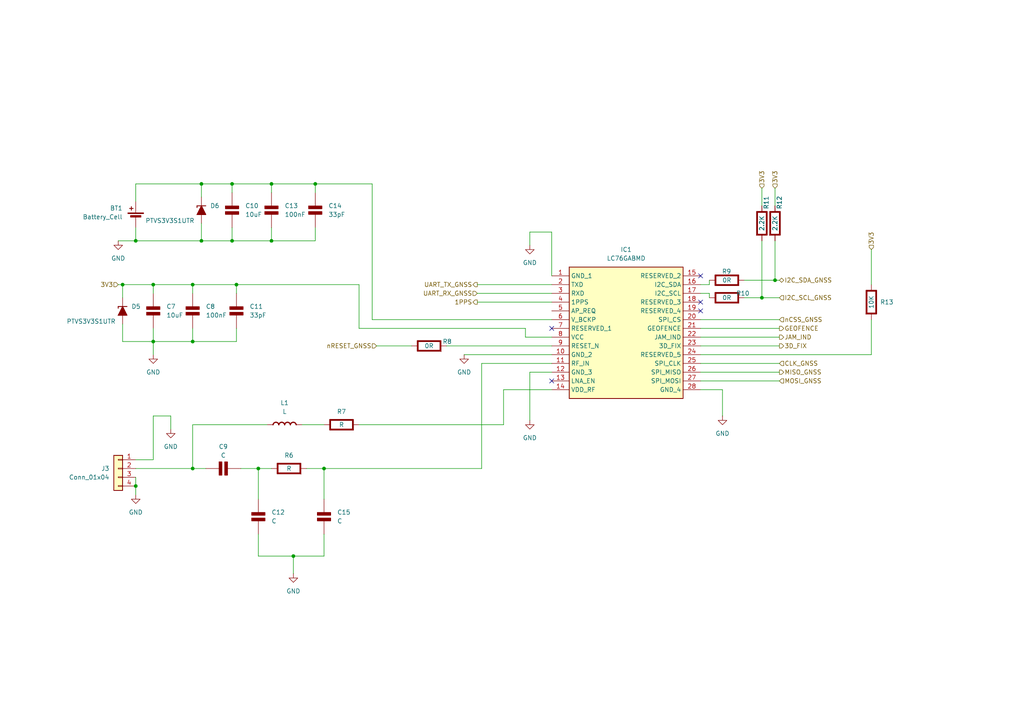
<source format=kicad_sch>
(kicad_sch (version 20250114) (generator "eeschema") (generator_version "9.0")
  (paper "A4")
  (lib_symbols
    (symbol "Connector_Generic:Conn_01x04" (pin_names (offset 1.016) (hide yes))
      (property "Reference" "J" (at 0 5.08 0))
      (property "Value" "Conn_01x04" (at 0 -7.62 0))
      (symbol "Conn_01x04_1_1"
        (rectangle (start -1.27 3.81) (end 1.27 -6.35) (stroke (width 0.254)) (fill (type background)))
        (rectangle (start -1.27 2.667) (end 0 2.413) (stroke (width 0.1524)))
        (rectangle (start -1.27 0.127) (end 0 -0.127) (stroke (width 0.1524)))
        (rectangle (start -1.27 -2.413) (end 0 -2.667) (stroke (width 0.1524)))
        (rectangle (start -1.27 -4.953) (end 0 -5.207) (stroke (width 0.1524)))
        (pin passive line (at -5.08 2.54 0) (length 3.81) (name "Pin_1") (number "1"))
        (pin passive line (at -5.08 0 0) (length 3.81) (name "Pin_2") (number "2"))
        (pin passive line (at -5.08 -2.54 0) (length 3.81) (name "Pin_3") (number "3"))
        (pin passive line (at -5.08 -5.08 0) (length 3.81) (name "Pin_4") (number "4"))
      )
    )
    (symbol "Device:Battery_Cell" (pin_numbers (hide yes)) (pin_names (offset 0) (hide yes))
      (property "Reference" "BT" (at 2.54 2.54 0))
      (property "Value" "Battery_Cell" (at 2.54 0 0))
      (symbol "Battery_Cell_0_1"
        (rectangle (start -2.286 1.778) (end 2.286 1.524) (fill (type outline)))
        (rectangle (start -1.524 1.016) (end 1.524 0.508) (fill (type outline)))
        (polyline (pts (xy 0 1.778) (xy 0 2.54)))
        (polyline (pts (xy 0 0.762) (xy 0 0)))
        (polyline (pts (xy 0.762 3.048) (xy 1.778 3.048)) (stroke (width 0.254)))
        (polyline (pts (xy 1.27 3.556) (xy 1.27 2.54)) (stroke (width 0.254)))
      )
      (symbol "Battery_Cell_1_1"
        (pin passive line (at 0 5.08 270) (length 2.54) (name "+") (number "1"))
        (pin passive line (at 0 -2.54 90) (length 2.54) (name "-") (number "2"))
      )
    )
    (symbol "IMU_V100:LC76GABMD"
      (property "Reference" "IC" (at 39.37 7.62 0))
      (property "Value" "LC76GABMD" (at 39.37 5.08 0))
      (symbol "LC76GABMD_1_1"
        (rectangle (start 5.08 2.54) (end 38.1 -35.56) (stroke (width 0.254)) (fill (type background)))
        (pin passive line (at 0 0 0) (length 5.08) (name "GND_1") (number "1"))
        (pin passive line (at 0 -2.54 0) (length 5.08) (name "TXD") (number "2"))
        (pin passive line (at 0 -5.08 0) (length 5.08) (name "RXD") (number "3"))
        (pin passive line (at 0 -7.62 0) (length 5.08) (name "1PPS") (number "4"))
        (pin passive line (at 0 -10.16 0) (length 5.08) (name "AP_REQ") (number "5"))
        (pin passive line (at 0 -12.7 0) (length 5.08) (name "V_BCKP") (number "6"))
        (pin passive line (at 0 -15.24 0) (length 5.08) (name "RESERVED_1") (number "7"))
        (pin passive line (at 0 -17.78 0) (length 5.08) (name "VCC") (number "8"))
        (pin passive line (at 0 -20.32 0) (length 5.08) (name "RESET_N") (number "9"))
        (pin passive line (at 0 -22.86 0) (length 5.08) (name "GND_2") (number "10"))
        (pin passive line (at 0 -25.4 0) (length 5.08) (name "RF_IN") (number "11"))
        (pin passive line (at 0 -27.94 0) (length 5.08) (name "GND_3") (number "12"))
        (pin passive line (at 0 -30.48 0) (length 5.08) (name "LNA_EN") (number "13"))
        (pin passive line (at 0 -33.02 0) (length 5.08) (name "VDD_RF") (number "14"))
        (pin passive line (at 43.18 0 180) (length 5.08) (name "RESERVED_2") (number "15"))
        (pin passive line (at 43.18 -2.54 180) (length 5.08) (name "I2C_SDA") (number "16"))
        (pin passive line (at 43.18 -5.08 180) (length 5.08) (name "I2C_SCL") (number "17"))
        (pin passive line (at 43.18 -7.62 180) (length 5.08) (name "RESERVED_3") (number "18"))
        (pin passive line (at 43.18 -10.16 180) (length 5.08) (name "RESERVED_4") (number "19"))
        (pin passive line (at 43.18 -12.7 180) (length 5.08) (name "SPI_CS") (number "20"))
        (pin passive line (at 43.18 -15.24 180) (length 5.08) (name "GEOFENCE") (number "21"))
        (pin passive line (at 43.18 -17.78 180) (length 5.08) (name "JAM_IND") (number "22"))
        (pin passive line (at 43.18 -20.32 180) (length 5.08) (name "3D_FIX") (number "23"))
        (pin passive line (at 43.18 -22.86 180) (length 5.08) (name "RESERVED_5") (number "24"))
        (pin passive line (at 43.18 -25.4 180) (length 5.08) (name "SPI_CLK") (number "25"))
        (pin passive line (at 43.18 -27.94 180) (length 5.08) (name "SPI_MISO") (number "26"))
        (pin passive line (at 43.18 -30.48 180) (length 5.08) (name "SPI_MOSI") (number "27"))
        (pin passive line (at 43.18 -33.02 180) (length 5.08) (name "GND_4") (number "28"))
      )
    )
    (symbol "PCM_Diode_TVS_AKL:PTVS3V3S1UTR" (pin_numbers (hide yes)) (pin_names (offset 1.016) (hide yes))
      (property "Reference" "D" (at 0 5.08 0))
      (property "Value" "PTVS3V3S1UTR" (at 0 2.54 0))
      (symbol "PTVS3V3S1UTR_0_1"
        (polyline (pts (xy -1.27 1.27) (xy -1.27 -1.27) (xy 1.27 0) (xy -1.27 1.27)) (stroke (width 0.254)) (fill (type outline)))
        (polyline (pts (xy -1.27 0) (xy 1.27 0)))
        (polyline (pts (xy 1.27 1.27) (xy 0.762 1.27)) (stroke (width 0.254)))
        (polyline (pts (xy 1.27 -1.27) (xy 1.27 1.27)) (stroke (width 0.254)))
      )
      (symbol "PTVS3V3S1UTR_0_2"
        (polyline (pts (xy -2.54 -2.54) (xy 2.54 2.54)))
        (polyline (pts (xy -0.889 -0.889) (xy -1.778 0) (xy 0.889 0.889) (xy 0 -1.778) (xy -0.889 -0.889)) (stroke (width 0.254)) (fill (type outline)))
        (polyline (pts (xy 0 1.778) (xy -0.381 1.397)) (stroke (width 0.254)))
        (polyline (pts (xy 0 1.778) (xy 1.778 0)) (stroke (width 0.254)))
      )
      (symbol "PTVS3V3S1UTR_1_1"
        (pin passive line (at -3.81 0 0) (length 2.54) (name "A") (number "2"))
        (pin passive line (at 3.81 0 180) (length 2.54) (name "K") (number "1"))
      )
      (symbol "PTVS3V3S1UTR_1_2"
        (pin passive line (at -2.54 -2.54 0) (length 0) (name "A") (number "2"))
        (pin passive line (at 2.54 2.54 180) (length 0) (name "K") (number "1"))
      )
    )
    (symbol "PCM_Elektuur:C" (pin_numbers (hide yes)) (pin_names (offset 0) (hide yes))
      (property "Reference" "C" (at 0.635 3.175 0))
      (property "Value" "C" (at 0.635 -3.175 0))
      (symbol "C_1_1"
        (rectangle (start -1.905 1.1938) (end 1.905 0.4318) (stroke (width 0.254)) (fill (type outline)))
        (rectangle (start -1.905 -0.4318) (end 1.905 -1.1938) (stroke (width 0.254)) (fill (type outline)))
        (pin passive line (at 0 5.08 270) (length 3.8862) (name "+") (number "1"))
        (pin passive line (at 0 -5.08 90) (length 3.8862) (name "-") (number "2"))
      )
      (symbol "C_1_2"
        (polyline (pts (xy -1.905 0.4318) (xy 1.905 0.4318) (xy 1.905 1.4986) (xy -1.905 1.4986) (xy -1.905 0.4318) (xy -1.8034 0.5334) (xy -1.8034 1.397) (xy 1.8034 1.397) (xy 1.8034 0.5334) (xy -1.8034 0.5334) (xy -1.905 0.4318)) (stroke (width 0.254)) (fill (type outline)))
        (polyline (pts (xy -1.905 -1.4986) (xy 1.905 -1.4986) (xy 1.905 -0.4318) (xy -1.905 -0.4318) (xy -1.905 -1.4986) (xy -1.8034 -1.397) (xy -1.8034 -0.5334) (xy 1.8034 -0.5334) (xy 1.8034 -1.397) (xy -1.8034 -1.397) (xy -1.905 -1.4986)) (stroke (width 0.254)) (fill (type outline)))
        (pin passive line (at 0 5.08 270) (length 3.5814) (name "+") (number "1"))
        (pin passive line (at 0 -5.08 90) (length 3.5814) (name "-") (number "2"))
      )
    )
    (symbol "PCM_Elektuur:L" (pin_numbers (hide yes)) (pin_names (offset 0) (hide yes))
      (property "Reference" "L" (at 2.54 3.175 0))
      (property "Value" "L" (at 2.54 -3.175 0))
      (symbol "L_1_0"
        (arc (start 0 3.302) (mid 0.6604 2.5146) (end 0 1.7272) (stroke (width 0.254)))
        (arc (start 0 1.6256) (mid 0.6604 0.8382) (end 0 0.0508) (stroke (width 0.254)))
        (arc (start 0 -0.0508) (mid 0.6604 -0.8382) (end 0 -1.6256) (stroke (width 0.254)))
        (arc (start 0 -1.7272) (mid 0.6604 -2.5146) (end 0 -3.302) (stroke (width 0.254)))
        (arc (start 0 3.4036) (mid 0.762 2.5146) (end 0 1.6256) (stroke (width 0.254)))
        (arc (start 0 1.7272) (mid 0.762 0.8382) (end 0 -0.0508) (stroke (width 0.254)))
        (arc (start 0 0.0508) (mid 0.762 -0.8382) (end 0 -1.7272) (stroke (width 0.254)))
        (arc (start 0 -1.6256) (mid 0.762 -2.5146) (end 0 -3.4036) (stroke (width 0.254)))
        (polyline (pts (xy 0 3.5052) (xy 0 3.302)) (stroke (width 0.254)))
        (polyline (pts (xy 0 1.7272) (xy 0 1.6256)) (stroke (width 0.254)))
        (polyline (pts (xy 0 0.0508) (xy 0 -0.0508)) (stroke (width 0.254)))
        (polyline (pts (xy 0 -1.6256) (xy 0 -1.7272)) (stroke (width 0.254)))
        (polyline (pts (xy 0 -3.302) (xy 0 -3.5052)) (stroke (width 0.254)))
        (pin passive line (at 0 5.08 270) (length 1.5748) (name "+") (number "1"))
        (pin passive line (at 0 -5.08 90) (length 1.5748) (name "-") (number "2"))
      )
      (symbol "L_1_2"
        (rectangle (start 1.524 3.3782) (end 1.9812 -3.3782) (stroke (width 0.254)) (fill (type outline)))
      )
      (symbol "L_1_3"
        (rectangle (start 1.524 3.0988) (end 1.9812 1.9304) (stroke (width 0.254)) (fill (type outline)))
        (rectangle (start 1.524 1.4224) (end 1.9812 0.254) (stroke (width 0.254)) (fill (type outline)))
        (rectangle (start 1.524 -0.254) (end 1.9812 -1.4224) (stroke (width 0.254)) (fill (type outline)))
        (rectangle (start 1.524 -1.9304) (end 1.9812 -3.0988) (stroke (width 0.254)) (fill (type outline)))
      )
    )
    (symbol "PCM_Elektuur:R" (pin_numbers (hide yes)) (pin_names (offset 0) (hide yes))
      (property "Reference" "R" (at 2.54 3.175 0))
      (property "Value" "R" (at 0 0 90))
      (symbol "R_1_1"
        (polyline (pts (xy -1.524 -3.429) (xy 1.524 -3.429) (xy 1.524 3.429) (xy -1.524 3.429) (xy -1.524 -3.429) (xy -1.27 -3.175) (xy -1.27 3.175) (xy 1.27 3.175) (xy 1.27 -3.175) (xy -1.27 -3.175) (xy -1.524 -3.429)) (stroke (width 0.254)) (fill (type outline)))
        (pin passive line (at 0 5.08 270) (length 1.651) (name "+") (number "1"))
        (pin passive line (at 0 -5.08 90) (length 1.651) (name "-") (number "2"))
      )
      (symbol "R_1_2"
        (polyline (pts (xy -0.508 -3.429) (xy 1.524 -3.429) (xy 1.524 3.429) (xy -0.508 3.429) (xy -0.508 3.175) (xy 1.27 3.175) (xy 1.27 -3.175) (xy -0.508 -3.175) (xy -0.508 -3.429)) (stroke (width 0.254)) (fill (type outline)))
        (pin passive line (at 0 5.08 270) (length 1.651) (name "+") (number "1"))
        (pin passive line (at 0 -5.08 90) (length 1.651) (name "-") (number "2"))
      )
      (symbol "R_1_3"
        (polyline (pts (xy 0 3.4798) (xy 0 3.2004) (xy 0.7112 2.794) (xy -1.1938 1.6764) (xy 0.7112 0.5588) (xy -1.1938 -0.5588) (xy 0.7112 -1.6764) (xy -1.1938 -2.794) (xy 0 -3.4798) (xy 0 -3.2004) (xy -0.7112 -2.794) (xy 1.1938 -1.6764) (xy -0.7112 -0.5588) (xy 1.1938 0.5588) (xy -0.7112 1.6764) (xy 1.1938 2.794) (xy 0 3.4798)) (stroke (width 0.254)) (fill (type outline)))
        (pin passive line (at 0 5.08 270) (length 1.6002) (name "+") (number "1"))
        (pin passive line (at 0 -5.08 90) (length 1.6002) (name "-") (number "2"))
      )
      (symbol "R_1_4"
        (polyline (pts (xy 0 4.5466) (xy 0 4.2672) (xy 0.0508 4.2418) (xy 1.016 3.683) (xy -1.524 2.2098) (xy 1.016 0.7366) (xy -1.524 -0.7366) (xy 1.016 -2.2098) (xy -1.524 -3.683) (xy -0.0762 -4.5212) (xy 0 -4.5466) (xy 0 -4.2672) (xy -0.0508 -4.2418) (xy -1.016 -3.683) (xy 1.524 -2.2098) (xy -1.016 -0.7366) (xy 1.524 0.7366) (xy -1.016 2.2098) (xy 1.524 3.683) (xy 0.0762 4.5212) (xy 0 4.5466)) (stroke (width 0.254)) (fill (type outline)))
        (pin passive line (at 0 5.08 270) (length 0.5334) (name "+") (number "1"))
        (pin passive line (at 0 -5.08 90) (length 0.5334) (name "-") (number "2"))
      )
    )
    (symbol "power:GND" (power) (pin_numbers (hide yes)) (pin_names (offset 0) (hide yes))
      (property "Value" "GND" (at 0 -3.81 0))
      (symbol "GND_0_1"
        (polyline (pts (xy 0 0) (xy 0 -1.27) (xy 1.27 -1.27) (xy 0 -2.54) (xy -1.27 -1.27) (xy 0 -1.27)))
      )
      (symbol "GND_1_1"
        (pin power_in line (at 0 0 270) (length 0) (name "~") (number "1"))
      )
    )
  )
  (junction (at 55.88 99.06))
  (junction (at 85.09 161.29))
  (junction (at 55.88 135.89))
  (junction (at 39.37 140.97))
  (junction (at 44.45 99.06))
  (junction (at 35.56 82.55))
  (junction (at 55.88 82.55))
  (junction (at 58.42 69.85))
  (junction (at 39.37 69.85))
  (junction (at 91.44 53.34))
  (junction (at 93.98 135.89))
  (junction (at 67.31 53.34))
  (junction (at 224.79 81.28))
  (junction (at 78.74 69.85))
  (junction (at 78.74 53.34))
  (junction (at 44.45 82.55))
  (junction (at 68.58 82.55))
  (junction (at 220.98 86.36))
  (junction (at 74.93 135.89))
  (junction (at 67.31 69.85))
  (junction (at 58.42 53.34))
  (no_connect (at 203.2 87.63))
  (no_connect (at 203.2 80.01))
  (no_connect (at 160.02 95.25))
  (no_connect (at 203.2 90.17))
  (no_connect (at 160.02 110.49))
  (wire (pts (xy 203.2 110.49) (xy 226.06 110.49)))
  (wire (pts (xy 58.42 57.15) (xy 58.42 53.34)))
  (wire (pts (xy 93.98 135.89) (xy 139.7 135.89)))
  (wire (pts (xy 153.67 67.31) (xy 160.02 67.31)))
  (wire (pts (xy 160.02 92.71) (xy 107.95 92.71)))
  (wire (pts (xy 74.93 154.94) (xy 74.93 161.29)))
  (wire (pts (xy 68.58 85.09) (xy 68.58 82.55)))
  (wire (pts (xy 138.43 82.55) (xy 160.02 82.55)))
  (wire (pts (xy 224.79 81.28) (xy 226.06 81.28)))
  (wire (pts (xy 55.88 135.89) (xy 59.69 135.89)))
  (wire (pts (xy 58.42 53.34) (xy 67.31 53.34)))
  (wire (pts (xy 209.55 113.03) (xy 209.55 120.65)))
  (wire (pts (xy 138.43 85.09) (xy 160.02 85.09)))
  (wire (pts (xy 35.56 86.36) (xy 35.56 82.55)))
  (wire (pts (xy 39.37 138.43) (xy 39.37 140.97)))
  (wire (pts (xy 153.67 67.31) (xy 153.67 71.12)))
  (wire (pts (xy 34.29 69.85) (xy 39.37 69.85)))
  (wire (pts (xy 58.42 69.85) (xy 67.31 69.85)))
  (wire (pts (xy 35.56 82.55) (xy 44.45 82.55)))
  (wire (pts (xy 67.31 69.85) (xy 78.74 69.85)))
  (wire (pts (xy 152.4 95.25) (xy 104.14 95.25)))
  (wire (pts (xy 74.93 161.29) (xy 85.09 161.29)))
  (wire (pts (xy 68.58 95.25) (xy 68.58 99.06)))
  (wire (pts (xy 39.37 58.42) (xy 39.37 53.34)))
  (wire (pts (xy 220.98 69.85) (xy 220.98 86.36)))
  (wire (pts (xy 203.2 102.87) (xy 252.73 102.87)))
  (wire (pts (xy 35.56 99.06) (xy 35.56 93.98)))
  (wire (pts (xy 44.45 99.06) (xy 44.45 102.87)))
  (wire (pts (xy 39.37 133.35) (xy 44.45 133.35)))
  (wire (pts (xy 44.45 133.35) (xy 44.45 120.65)))
  (wire (pts (xy 74.93 135.89) (xy 78.74 135.89)))
  (wire (pts (xy 68.58 99.06) (xy 55.88 99.06)))
  (wire (pts (xy 203.2 85.09) (xy 205.74 85.09)))
  (wire (pts (xy 220.98 86.36) (xy 226.06 86.36)))
  (wire (pts (xy 138.43 87.63) (xy 160.02 87.63)))
  (wire (pts (xy 93.98 135.89) (xy 88.9 135.89)))
  (wire (pts (xy 55.88 85.09) (xy 55.88 82.55)))
  (wire (pts (xy 153.67 107.95) (xy 153.67 121.92)))
  (wire (pts (xy 215.9 86.36) (xy 220.98 86.36)))
  (wire (pts (xy 39.37 53.34) (xy 58.42 53.34)))
  (wire (pts (xy 39.37 66.04) (xy 39.37 69.85)))
  (wire (pts (xy 252.73 72.39) (xy 252.73 82.55)))
  (wire (pts (xy 93.98 144.78) (xy 93.98 135.89)))
  (wire (pts (xy 55.88 123.19) (xy 55.88 135.89)))
  (wire (pts (xy 44.45 85.09) (xy 44.45 82.55)))
  (wire (pts (xy 203.2 100.33) (xy 226.06 100.33)))
  (wire (pts (xy 224.79 69.85) (xy 224.79 81.28)))
  (wire (pts (xy 203.2 92.71) (xy 226.06 92.71)))
  (wire (pts (xy 139.7 135.89) (xy 139.7 105.41)))
  (wire (pts (xy 44.45 99.06) (xy 35.56 99.06)))
  (wire (pts (xy 78.74 55.88) (xy 78.74 53.34)))
  (wire (pts (xy 87.63 123.19) (xy 93.98 123.19)))
  (wire (pts (xy 203.2 95.25) (xy 226.06 95.25)))
  (wire (pts (xy 91.44 69.85) (xy 78.74 69.85)))
  (wire (pts (xy 78.74 66.04) (xy 78.74 69.85)))
  (wire (pts (xy 203.2 113.03) (xy 209.55 113.03)))
  (wire (pts (xy 160.02 97.79) (xy 152.4 97.79)))
  (wire (pts (xy 104.14 95.25) (xy 104.14 82.55)))
  (wire (pts (xy 78.74 53.34) (xy 91.44 53.34)))
  (wire (pts (xy 134.62 102.87) (xy 160.02 102.87)))
  (wire (pts (xy 139.7 105.41) (xy 160.02 105.41)))
  (wire (pts (xy 104.14 123.19) (xy 146.05 123.19)))
  (wire (pts (xy 55.88 82.55) (xy 68.58 82.55)))
  (wire (pts (xy 55.88 95.25) (xy 55.88 99.06)))
  (wire (pts (xy 77.47 123.19) (xy 55.88 123.19)))
  (wire (pts (xy 252.73 102.87) (xy 252.73 92.71)))
  (wire (pts (xy 203.2 82.55) (xy 205.74 82.55)))
  (wire (pts (xy 203.2 97.79) (xy 226.06 97.79)))
  (wire (pts (xy 205.74 82.55) (xy 205.74 81.28)))
  (wire (pts (xy 224.79 54.61) (xy 224.79 59.69)))
  (wire (pts (xy 55.88 99.06) (xy 44.45 99.06)))
  (wire (pts (xy 44.45 120.65) (xy 49.53 120.65)))
  (wire (pts (xy 220.98 54.61) (xy 220.98 59.69)))
  (wire (pts (xy 119.38 100.33) (xy 109.22 100.33)))
  (wire (pts (xy 44.45 82.55) (xy 55.88 82.55)))
  (wire (pts (xy 39.37 135.89) (xy 55.88 135.89)))
  (wire (pts (xy 93.98 161.29) (xy 93.98 154.94)))
  (wire (pts (xy 91.44 66.04) (xy 91.44 69.85)))
  (wire (pts (xy 67.31 55.88) (xy 67.31 53.34)))
  (wire (pts (xy 146.05 113.03) (xy 160.02 113.03)))
  (wire (pts (xy 39.37 140.97) (xy 39.37 143.51)))
  (wire (pts (xy 107.95 53.34) (xy 91.44 53.34)))
  (wire (pts (xy 203.2 107.95) (xy 226.06 107.95)))
  (wire (pts (xy 129.54 100.33) (xy 160.02 100.33)))
  (wire (pts (xy 44.45 95.25) (xy 44.45 99.06)))
  (wire (pts (xy 67.31 66.04) (xy 67.31 69.85)))
  (wire (pts (xy 107.95 92.71) (xy 107.95 53.34)))
  (wire (pts (xy 34.29 82.55) (xy 35.56 82.55)))
  (wire (pts (xy 85.09 161.29) (xy 93.98 161.29)))
  (wire (pts (xy 58.42 69.85) (xy 58.42 64.77)))
  (wire (pts (xy 160.02 67.31) (xy 160.02 80.01)))
  (wire (pts (xy 215.9 81.28) (xy 224.79 81.28)))
  (wire (pts (xy 152.4 97.79) (xy 152.4 95.25)))
  (wire (pts (xy 203.2 105.41) (xy 226.06 105.41)))
  (wire (pts (xy 68.58 82.55) (xy 104.14 82.55)))
  (wire (pts (xy 74.93 144.78) (xy 74.93 135.89)))
  (wire (pts (xy 49.53 120.65) (xy 49.53 124.46)))
  (wire (pts (xy 91.44 55.88) (xy 91.44 53.34)))
  (wire (pts (xy 67.31 53.34) (xy 78.74 53.34)))
  (wire (pts (xy 74.93 135.89) (xy 69.85 135.89)))
  (wire (pts (xy 205.74 85.09) (xy 205.74 86.36)))
  (wire (pts (xy 146.05 123.19) (xy 146.05 113.03)))
  (wire (pts (xy 153.67 107.95) (xy 160.02 107.95)))
  (wire (pts (xy 39.37 69.85) (xy 58.42 69.85)))
  (wire (pts (xy 85.09 161.29) (xy 85.09 166.37)))
  (hierarchical_label "I2C_SCL_GNSS" (shape input) (at 226.06 86.36 0))
  (hierarchical_label "I2C_SDA_GNSS" (shape bidirectional) (at 226.06 81.28 0))
  (hierarchical_label "UART_RX_GNSS" (shape input) (at 138.43 85.09 180))
  (hierarchical_label "nCSS_GNSS" (shape input) (at 226.06 92.71 0))
  (hierarchical_label "UART_TX_GNSS" (shape output) (at 138.43 82.55 180))
  (hierarchical_label "3V3" (shape input) (at 252.73 72.39 90))
  (hierarchical_label "3D_FIX" (shape output) (at 226.06 100.33 0))
  (hierarchical_label "MOSI_GNSS" (shape input) (at 226.06 110.49 0))
  (hierarchical_label "1PPS" (shape output) (at 138.43 87.63 180))
  (hierarchical_label "GEOFENCE" (shape output) (at 226.06 95.25 0))
  (hierarchical_label "nRESET_GNSS" (shape input) (at 109.22 100.33 180))
  (hierarchical_label "3V3" (shape input) (at 34.29 82.55 180))
  (hierarchical_label "3V3" (shape input) (at 224.79 54.61 90))
  (hierarchical_label "3V3" (shape input) (at 220.98 54.61 90))
  (hierarchical_label "JAM_IND" (shape output) (at 226.06 97.79 0))
  (hierarchical_label "CLK_GNSS" (shape input) (at 226.06 105.41 0))
  (hierarchical_label "MISO_GNSS" (shape output) (at 226.06 107.95 0))
  (symbol (lib_id "PCM_Diode_TVS_AKL:PTVS3V3S1UTR") (at 58.42 60.96 90) (unit 1)
    (property "Reference" "D6" (at 60.96 59.6899 90) (effects (justify right)))
    (property "Value" "PTVS3V3S1UTR" (at 42.164 64.008 90) (effects (justify right)))
    (property "Footprint" "PCM_Diode_SMD_AKL:D_SOD-123F" (effects (hide yes)))
    (property "Datasheet" "https://www.tme.eu/Document/2e8aaef06c6b99cbe490b416bc53c8a0/PTVSXS1UTR_SER.pdf" (effects (hide yes)))
    (property "Description" "SOD-123F Unidirectional TVS diode, 3.3V, 400W, Alternate KiCAD Library" (effects (hide yes)))
  )
  (symbol (lib_id "PCM_Elektuur:C") (at 67.31 60.96 0) (unit 1)
    (property "Reference" "C10" (at 71.12 59.6899 0) (effects (justify left)))
    (property "Value" "10uF" (at 71.12 62.2299 0) (effects (justify left)))
    (property "Footprint" "Capacitor_SMD:C_0402_1005Metric_Pad0.74x0.62mm_HandSolder" (effects (hide yes)))
    (property "Description" "capacitor, non-polarized/bipolar" (effects (hide yes)))
    (property "Indicator" "+" (effects (hide yes)))
    (property "Rating" "V" (effects (hide yes)))
  )
  (symbol (lib_id "power:GND") (at 134.62 102.87 0) (mirror y) (unit 1)
    (property "Reference" "#PWR020" (effects (hide yes)))
    (property "Value" "GND" (at 134.62 107.95 0))
    (property "Description" "Power symbol creates a global label with name \"GND\" , ground" (effects (hide yes)))
  )
  (symbol (lib_id "power:GND") (at 34.29 69.85 0) (unit 1)
    (property "Reference" "#PWR015" (effects (hide yes)))
    (property "Value" "GND" (at 34.29 74.93 0))
    (property "Description" "Power symbol creates a global label with name \"GND\" , ground" (effects (hide yes)))
  )
  (symbol (lib_id "PCM_Elektuur:R") (at 224.79 64.77 0) (unit 1)
    (property "Reference" "R12" (at 226.06 60.706 90) (effects (justify left)))
    (property "Value" "2.2K" (at 224.79 64.77 90))
    (property "Footprint" "Resistor_SMD:R_0402_1005Metric" (effects (hide yes)))
    (property "Description" "resistor" (effects (hide yes)))
    (property "Indicator" "+" (effects (hide yes)))
    (property "Rating" "W" (effects (hide yes)))
  )
  (symbol (lib_id "power:GND") (at 209.55 120.65 0) (unit 1)
    (property "Reference" "#PWR023" (effects (hide yes)))
    (property "Value" "GND" (at 209.55 125.73 0))
    (property "Description" "Power symbol creates a global label with name \"GND\" , ground" (effects (hide yes)))
  )
  (symbol (lib_id "PCM_Elektuur:C") (at 55.88 90.17 0) (unit 1)
    (property "Reference" "C8" (at 59.69 88.8999 0) (effects (justify left)))
    (property "Value" "100nF" (at 59.69 91.4399 0) (effects (justify left)))
    (property "Footprint" "Capacitor_SMD:C_0402_1005Metric_Pad0.74x0.62mm_HandSolder" (effects (hide yes)))
    (property "Description" "capacitor, non-polarized/bipolar" (effects (hide yes)))
    (property "Indicator" "+" (effects (hide yes)))
    (property "Rating" "V" (effects (hide yes)))
  )
  (symbol (lib_id "PCM_Elektuur:R") (at 220.98 64.77 0) (unit 1)
    (property "Reference" "R11" (at 222.25 60.706 90) (effects (justify left)))
    (property "Value" "2.2K" (at 220.98 64.77 90))
    (property "Footprint" "Resistor_SMD:R_0402_1005Metric" (effects (hide yes)))
    (property "Description" "resistor" (effects (hide yes)))
    (property "Indicator" "+" (effects (hide yes)))
    (property "Rating" "W" (effects (hide yes)))
  )
  (symbol (lib_id "PCM_Elektuur:C") (at 68.58 90.17 0) (unit 1)
    (property "Reference" "C11" (at 72.39 88.8999 0) (effects (justify left)))
    (property "Value" "33pF" (at 72.39 91.4399 0) (effects (justify left)))
    (property "Footprint" "Capacitor_SMD:C_0402_1005Metric_Pad0.74x0.62mm_HandSolder" (effects (hide yes)))
    (property "Description" "capacitor, non-polarized/bipolar" (effects (hide yes)))
    (property "Indicator" "+" (effects (hide yes)))
    (property "Rating" "V" (effects (hide yes)))
  )
  (symbol (lib_id "PCM_Elektuur:R") (at 210.82 81.28 90) (unit 1)
    (property "Reference" "R9" (at 212.09 78.74 90) (effects (justify left)))
    (property "Value" "0R" (at 210.82 81.28 90))
    (property "Footprint" "Resistor_SMD:R_0402_1005Metric" (effects (hide yes)))
    (property "Description" "resistor" (effects (hide yes)))
    (property "Indicator" "+" (effects (hide yes)))
    (property "Rating" "W" (effects (hide yes)))
  )
  (symbol (lib_id "PCM_Elektuur:C") (at 44.45 90.17 0) (unit 1)
    (property "Reference" "C7" (at 48.26 88.8999 0) (effects (justify left)))
    (property "Value" "10uF" (at 48.26 91.4399 0) (effects (justify left)))
    (property "Footprint" "Capacitor_SMD:C_0402_1005Metric_Pad0.74x0.62mm_HandSolder" (effects (hide yes)))
    (property "Description" "capacitor, non-polarized/bipolar" (effects (hide yes)))
    (property "Indicator" "+" (effects (hide yes)))
    (property "Rating" "V" (effects (hide yes)))
  )
  (symbol (lib_id "power:GND") (at 153.67 121.92 0) (unit 1)
    (property "Reference" "#PWR022" (effects (hide yes)))
    (property "Value" "GND" (at 153.67 127 0))
    (property "Description" "Power symbol creates a global label with name \"GND\" , ground" (effects (hide yes)))
  )
  (symbol (lib_id "PCM_Elektuur:C") (at 93.98 149.86 180) (unit 1)
    (property "Reference" "C15" (at 97.79 148.5899 0) (effects (justify right)))
    (property "Value" "C" (at 97.79 151.1299 0) (effects (justify right)))
    (property "Footprint" "Capacitor_SMD:C_0402_1005Metric_Pad0.74x0.62mm_HandSolder" (effects (hide yes)))
    (property "Description" "capacitor, non-polarized/bipolar" (effects (hide yes)))
    (property "Indicator" "+" (effects (hide yes)))
    (property "Rating" "V" (effects (hide yes)))
  )
  (symbol (lib_id "PCM_Elektuur:L") (at 82.55 123.19 90) (unit 1)
    (property "Reference" "L1" (at 82.55 116.84 90))
    (property "Value" "L" (at 82.55 119.38 90))
    (property "Description" "coil/winding/inductor/choke/reactor" (effects (hide yes)))
    (property "Indicator" "●" (effects (hide yes)))
    (property "Rating" "A" (effects (hide yes)))
  )
  (symbol (lib_id "PCM_Diode_TVS_AKL:PTVS3V3S1UTR") (at 35.56 90.17 90) (unit 1)
    (property "Reference" "D5" (at 38.1 88.8999 90) (effects (justify right)))
    (property "Value" "PTVS3V3S1UTR" (at 19.304 93.218 90) (effects (justify right)))
    (property "Footprint" "PCM_Diode_SMD_AKL:D_SOD-123F" (effects (hide yes)))
    (property "Datasheet" "https://www.tme.eu/Document/2e8aaef06c6b99cbe490b416bc53c8a0/PTVSXS1UTR_SER.pdf" (effects (hide yes)))
    (property "Description" "SOD-123F Unidirectional TVS diode, 3.3V, 400W, Alternate KiCAD Library" (effects (hide yes)))
  )
  (symbol (lib_id "PCM_Elektuur:C") (at 78.74 60.96 0) (unit 1)
    (property "Reference" "C13" (at 82.55 59.6899 0) (effects (justify left)))
    (property "Value" "100nF" (at 82.55 62.2299 0) (effects (justify left)))
    (property "Footprint" "Capacitor_SMD:C_0402_1005Metric_Pad0.74x0.62mm_HandSolder" (effects (hide yes)))
    (property "Description" "capacitor, non-polarized/bipolar" (effects (hide yes)))
    (property "Indicator" "+" (effects (hide yes)))
    (property "Rating" "V" (effects (hide yes)))
  )
  (symbol (lib_id "power:GND") (at 39.37 143.51 0) (unit 1)
    (property "Reference" "#PWR016" (effects (hide yes)))
    (property "Value" "GND" (at 39.37 148.59 0))
    (property "Description" "Power symbol creates a global label with name \"GND\" , ground" (effects (hide yes)))
  )
  (symbol (lib_id "Device:Battery_Cell") (at 39.37 63.5 0) (mirror y) (unit 1)
    (property "Reference" "BT1" (at 35.56 60.3884 0) (effects (justify left)))
    (property "Value" "Battery_Cell" (at 35.56 62.9284 0) (effects (justify left)))
    (property "Description" "Single-cell battery" (effects (hide yes)))
  )
  (symbol (lib_id "PCM_Elektuur:R") (at 252.73 87.63 0) (unit 1)
    (property "Reference" "R13" (at 255.27 87.6299 0) (effects (justify left)))
    (property "Value" "10K" (at 252.73 87.63 90))
    (property "Footprint" "Resistor_SMD:R_0402_1005Metric" (effects (hide yes)))
    (property "Description" "resistor" (effects (hide yes)))
    (property "Indicator" "+" (effects (hide yes)))
    (property "Rating" "W" (effects (hide yes)))
  )
  (symbol (lib_id "power:GND") (at 44.45 102.87 0) (unit 1)
    (property "Reference" "#PWR017" (effects (hide yes)))
    (property "Value" "GND" (at 44.45 107.95 0))
    (property "Description" "Power symbol creates a global label with name \"GND\" , ground" (effects (hide yes)))
  )
  (symbol (lib_id "PCM_Elektuur:C") (at 91.44 60.96 0) (unit 1)
    (property "Reference" "C14" (at 95.25 59.6899 0) (effects (justify left)))
    (property "Value" "33pF" (at 95.25 62.2299 0) (effects (justify left)))
    (property "Footprint" "Capacitor_SMD:C_0402_1005Metric_Pad0.74x0.62mm_HandSolder" (effects (hide yes)))
    (property "Description" "capacitor, non-polarized/bipolar" (effects (hide yes)))
    (property "Indicator" "+" (effects (hide yes)))
    (property "Rating" "V" (effects (hide yes)))
  )
  (symbol (lib_id "PCM_Elektuur:R") (at 83.82 135.89 90) (unit 1)
    (property "Reference" "R6" (at 83.82 132.08 90))
    (property "Value" "R" (at 83.82 135.89 90))
    (property "Footprint" "Resistor_SMD:R_0402_1005Metric" (effects (hide yes)))
    (property "Description" "resistor" (effects (hide yes)))
    (property "Indicator" "+" (effects (hide yes)))
    (property "Rating" "W" (effects (hide yes)))
  )
  (symbol (lib_id "PCM_Elektuur:R") (at 210.82 86.36 90) (unit 1)
    (property "Reference" "R10" (at 217.424 85.09 90) (effects (justify left)))
    (property "Value" "0R" (at 210.82 86.36 90))
    (property "Footprint" "Resistor_SMD:R_0402_1005Metric" (effects (hide yes)))
    (property "Description" "resistor" (effects (hide yes)))
    (property "Indicator" "+" (effects (hide yes)))
    (property "Rating" "W" (effects (hide yes)))
  )
  (symbol (lib_id "PCM_Elektuur:C") (at 64.77 135.89 90) (unit 1)
    (property "Reference" "C9" (at 64.77 129.54 90))
    (property "Value" "C" (at 64.77 132.08 90))
    (property "Footprint" "Capacitor_SMD:C_0402_1005Metric_Pad0.74x0.62mm_HandSolder" (effects (hide yes)))
    (property "Description" "capacitor, non-polarized/bipolar" (effects (hide yes)))
    (property "Indicator" "+" (effects (hide yes)))
    (property "Rating" "V" (effects (hide yes)))
  )
  (symbol (lib_id "Connector_Generic:Conn_01x04") (at 34.29 135.89 0) (mirror y) (unit 1)
    (property "Reference" "J3" (at 31.75 135.8899 0) (effects (justify left)))
    (property "Value" "Conn_01x04" (at 31.75 138.4299 0) (effects (justify left)))
    (property "Description" "Generic connector, single row, 01x04, script generated (kicad-library-utils/schlib/autogen/connector/)" (effects (hide yes)))
  )
  (symbol (lib_id "IMU_V100:LC76GABMD") (at 160.02 80.01 0) (unit 1)
    (property "Reference" "IC1" (at 181.61 72.39 0))
    (property "Value" "LC76GABMD" (at 181.61 74.93 0))
    (property "Footprint" "Footprints:LC76GABMD" (effects (hide yes)))
    (property "Datasheet" "https://www.mouser.com/pdfDocs/L76_and_LC76_series_Hardware_Comparison_V1020220515.pdf" (effects (hide yes)))
    (property "Description" "GNSS / GPS Modules Single band, 4 GNSS, w/ LNA (Airoha 3352)" (effects (hide yes)))
    (property "Height" "2.6" (effects (hide yes)))
    (property "Manufacturer_Name" "Quectel" (effects (hide yes)))
    (property "Manufacturer_Part_Number" "LC76GABMD" (effects (hide yes)))
    (property "Mouser Part Number" "277-LC76GABMD" (effects (hide yes)))
    (property "Mouser Price/Stock" "https://www.mouser.co.uk/ProductDetail/Quectel/LC76GABMD?qs=vvQtp7zwQdPmNdoEwjtHVg%3D%3D" (effects (hide yes)))
    (property "Arrow Part Number" "LC76GABMD" (effects (hide yes)))
    (property "Arrow Price/Stock" "https://www.arrow.com/en/products/lc76gabmd/quectel-wireless-solutions-co-ltd?region=nac" (effects (hide yes)))
  )
  (symbol (lib_id "power:GND") (at 49.53 124.46 0) (unit 1)
    (property "Reference" "#PWR018" (effects (hide yes)))
    (property "Value" "GND" (at 49.53 129.54 0))
    (property "Description" "Power symbol creates a global label with name \"GND\" , ground" (effects (hide yes)))
  )
  (symbol (lib_id "power:GND") (at 85.09 166.37 0) (unit 1)
    (property "Reference" "#PWR019" (effects (hide yes)))
    (property "Value" "GND" (at 85.09 171.45 0))
    (property "Description" "Power symbol creates a global label with name \"GND\" , ground" (effects (hide yes)))
  )
  (symbol (lib_id "PCM_Elektuur:C") (at 74.93 149.86 180) (unit 1)
    (property "Reference" "C12" (at 78.74 148.5899 0) (effects (justify right)))
    (property "Value" "C" (at 78.74 151.1299 0) (effects (justify right)))
    (property "Footprint" "Capacitor_SMD:C_0402_1005Metric_Pad0.74x0.62mm_HandSolder" (effects (hide yes)))
    (property "Description" "capacitor, non-polarized/bipolar" (effects (hide yes)))
    (property "Indicator" "+" (effects (hide yes)))
    (property "Rating" "V" (effects (hide yes)))
  )
  (symbol (lib_id "PCM_Elektuur:R") (at 124.46 100.33 90) (unit 1)
    (property "Reference" "R8" (at 131.064 99.06 90) (effects (justify left)))
    (property "Value" "0R" (at 124.46 100.33 90))
    (property "Footprint" "Resistor_SMD:R_0402_1005Metric" (effects (hide yes)))
    (property "Description" "resistor" (effects (hide yes)))
    (property "Indicator" "+" (effects (hide yes)))
    (property "Rating" "W" (effects (hide yes)))
  )
  (symbol (lib_id "power:GND") (at 153.67 71.12 0) (mirror y) (unit 1)
    (property "Reference" "#PWR021" (effects (hide yes)))
    (property "Value" "GND" (at 153.67 76.2 0))
    (property "Description" "Power symbol creates a global label with name \"GND\" , ground" (effects (hide yes)))
  )
  (symbol (lib_id "PCM_Elektuur:R") (at 99.06 123.19 90) (unit 1)
    (property "Reference" "R7" (at 99.06 119.38 90))
    (property "Value" "R" (at 99.06 123.19 90))
    (property "Footprint" "Resistor_SMD:R_0402_1005Metric" (effects (hide yes)))
    (property "Description" "resistor" (effects (hide yes)))
    (property "Indicator" "+" (effects (hide yes)))
    (property "Rating" "W" (effects (hide yes)))
  )
)
</source>
